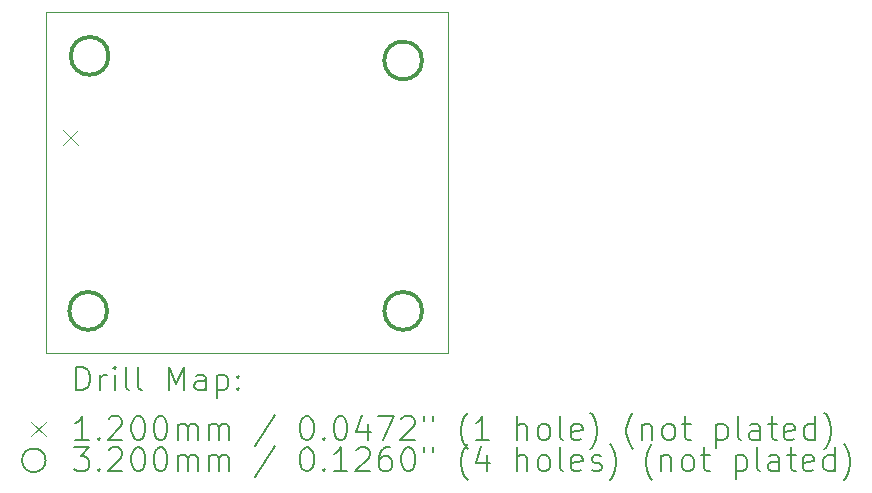
<source format=gbr>
%TF.GenerationSoftware,KiCad,Pcbnew,7.0.9*%
%TF.CreationDate,2023-12-15T09:36:53+01:00*%
%TF.ProjectId,VisibleLight,56697369-626c-4654-9c69-6768742e6b69,1.1*%
%TF.SameCoordinates,Original*%
%TF.FileFunction,Drillmap*%
%TF.FilePolarity,Positive*%
%FSLAX45Y45*%
G04 Gerber Fmt 4.5, Leading zero omitted, Abs format (unit mm)*
G04 Created by KiCad (PCBNEW 7.0.9) date 2023-12-15 09:36:53*
%MOMM*%
%LPD*%
G01*
G04 APERTURE LIST*
%ADD10C,0.100000*%
%ADD11C,0.200000*%
%ADD12C,0.120000*%
%ADD13C,0.320000*%
G04 APERTURE END LIST*
D10*
X4979050Y-1420700D02*
X8382650Y-1420700D01*
X8382650Y-4303600D01*
X4979050Y-4303600D01*
X4979050Y-1420700D01*
D11*
D12*
X5125450Y-2419900D02*
X5245450Y-2539900D01*
X5245450Y-2419900D02*
X5125450Y-2539900D01*
D13*
X5494650Y-3948000D02*
G75*
G03*
X5494650Y-3948000I-160000J0D01*
G01*
X5507350Y-1789000D02*
G75*
G03*
X5507350Y-1789000I-160000J0D01*
G01*
X8161650Y-1827100D02*
G75*
G03*
X8161650Y-1827100I-160000J0D01*
G01*
X8161650Y-3948000D02*
G75*
G03*
X8161650Y-3948000I-160000J0D01*
G01*
D11*
X5234827Y-4620084D02*
X5234827Y-4420084D01*
X5234827Y-4420084D02*
X5282446Y-4420084D01*
X5282446Y-4420084D02*
X5311017Y-4429608D01*
X5311017Y-4429608D02*
X5330065Y-4448655D01*
X5330065Y-4448655D02*
X5339589Y-4467703D01*
X5339589Y-4467703D02*
X5349113Y-4505798D01*
X5349113Y-4505798D02*
X5349113Y-4534370D01*
X5349113Y-4534370D02*
X5339589Y-4572465D01*
X5339589Y-4572465D02*
X5330065Y-4591512D01*
X5330065Y-4591512D02*
X5311017Y-4610560D01*
X5311017Y-4610560D02*
X5282446Y-4620084D01*
X5282446Y-4620084D02*
X5234827Y-4620084D01*
X5434827Y-4620084D02*
X5434827Y-4486750D01*
X5434827Y-4524846D02*
X5444351Y-4505798D01*
X5444351Y-4505798D02*
X5453874Y-4496274D01*
X5453874Y-4496274D02*
X5472922Y-4486750D01*
X5472922Y-4486750D02*
X5491970Y-4486750D01*
X5558636Y-4620084D02*
X5558636Y-4486750D01*
X5558636Y-4420084D02*
X5549113Y-4429608D01*
X5549113Y-4429608D02*
X5558636Y-4439131D01*
X5558636Y-4439131D02*
X5568160Y-4429608D01*
X5568160Y-4429608D02*
X5558636Y-4420084D01*
X5558636Y-4420084D02*
X5558636Y-4439131D01*
X5682446Y-4620084D02*
X5663398Y-4610560D01*
X5663398Y-4610560D02*
X5653874Y-4591512D01*
X5653874Y-4591512D02*
X5653874Y-4420084D01*
X5787208Y-4620084D02*
X5768160Y-4610560D01*
X5768160Y-4610560D02*
X5758636Y-4591512D01*
X5758636Y-4591512D02*
X5758636Y-4420084D01*
X6015779Y-4620084D02*
X6015779Y-4420084D01*
X6015779Y-4420084D02*
X6082446Y-4562941D01*
X6082446Y-4562941D02*
X6149112Y-4420084D01*
X6149112Y-4420084D02*
X6149112Y-4620084D01*
X6330065Y-4620084D02*
X6330065Y-4515322D01*
X6330065Y-4515322D02*
X6320541Y-4496274D01*
X6320541Y-4496274D02*
X6301493Y-4486750D01*
X6301493Y-4486750D02*
X6263398Y-4486750D01*
X6263398Y-4486750D02*
X6244351Y-4496274D01*
X6330065Y-4610560D02*
X6311017Y-4620084D01*
X6311017Y-4620084D02*
X6263398Y-4620084D01*
X6263398Y-4620084D02*
X6244351Y-4610560D01*
X6244351Y-4610560D02*
X6234827Y-4591512D01*
X6234827Y-4591512D02*
X6234827Y-4572465D01*
X6234827Y-4572465D02*
X6244351Y-4553417D01*
X6244351Y-4553417D02*
X6263398Y-4543893D01*
X6263398Y-4543893D02*
X6311017Y-4543893D01*
X6311017Y-4543893D02*
X6330065Y-4534370D01*
X6425303Y-4486750D02*
X6425303Y-4686750D01*
X6425303Y-4496274D02*
X6444351Y-4486750D01*
X6444351Y-4486750D02*
X6482446Y-4486750D01*
X6482446Y-4486750D02*
X6501493Y-4496274D01*
X6501493Y-4496274D02*
X6511017Y-4505798D01*
X6511017Y-4505798D02*
X6520541Y-4524846D01*
X6520541Y-4524846D02*
X6520541Y-4581989D01*
X6520541Y-4581989D02*
X6511017Y-4601036D01*
X6511017Y-4601036D02*
X6501493Y-4610560D01*
X6501493Y-4610560D02*
X6482446Y-4620084D01*
X6482446Y-4620084D02*
X6444351Y-4620084D01*
X6444351Y-4620084D02*
X6425303Y-4610560D01*
X6606255Y-4601036D02*
X6615779Y-4610560D01*
X6615779Y-4610560D02*
X6606255Y-4620084D01*
X6606255Y-4620084D02*
X6596732Y-4610560D01*
X6596732Y-4610560D02*
X6606255Y-4601036D01*
X6606255Y-4601036D02*
X6606255Y-4620084D01*
X6606255Y-4496274D02*
X6615779Y-4505798D01*
X6615779Y-4505798D02*
X6606255Y-4515322D01*
X6606255Y-4515322D02*
X6596732Y-4505798D01*
X6596732Y-4505798D02*
X6606255Y-4496274D01*
X6606255Y-4496274D02*
X6606255Y-4515322D01*
D12*
X4854050Y-4888600D02*
X4974050Y-5008600D01*
X4974050Y-4888600D02*
X4854050Y-5008600D01*
D11*
X5339589Y-5040084D02*
X5225303Y-5040084D01*
X5282446Y-5040084D02*
X5282446Y-4840084D01*
X5282446Y-4840084D02*
X5263398Y-4868655D01*
X5263398Y-4868655D02*
X5244351Y-4887703D01*
X5244351Y-4887703D02*
X5225303Y-4897227D01*
X5425303Y-5021036D02*
X5434827Y-5030560D01*
X5434827Y-5030560D02*
X5425303Y-5040084D01*
X5425303Y-5040084D02*
X5415779Y-5030560D01*
X5415779Y-5030560D02*
X5425303Y-5021036D01*
X5425303Y-5021036D02*
X5425303Y-5040084D01*
X5511017Y-4859131D02*
X5520541Y-4849608D01*
X5520541Y-4849608D02*
X5539589Y-4840084D01*
X5539589Y-4840084D02*
X5587208Y-4840084D01*
X5587208Y-4840084D02*
X5606255Y-4849608D01*
X5606255Y-4849608D02*
X5615779Y-4859131D01*
X5615779Y-4859131D02*
X5625303Y-4878179D01*
X5625303Y-4878179D02*
X5625303Y-4897227D01*
X5625303Y-4897227D02*
X5615779Y-4925798D01*
X5615779Y-4925798D02*
X5501494Y-5040084D01*
X5501494Y-5040084D02*
X5625303Y-5040084D01*
X5749112Y-4840084D02*
X5768160Y-4840084D01*
X5768160Y-4840084D02*
X5787208Y-4849608D01*
X5787208Y-4849608D02*
X5796732Y-4859131D01*
X5796732Y-4859131D02*
X5806255Y-4878179D01*
X5806255Y-4878179D02*
X5815779Y-4916274D01*
X5815779Y-4916274D02*
X5815779Y-4963893D01*
X5815779Y-4963893D02*
X5806255Y-5001989D01*
X5806255Y-5001989D02*
X5796732Y-5021036D01*
X5796732Y-5021036D02*
X5787208Y-5030560D01*
X5787208Y-5030560D02*
X5768160Y-5040084D01*
X5768160Y-5040084D02*
X5749112Y-5040084D01*
X5749112Y-5040084D02*
X5730065Y-5030560D01*
X5730065Y-5030560D02*
X5720541Y-5021036D01*
X5720541Y-5021036D02*
X5711017Y-5001989D01*
X5711017Y-5001989D02*
X5701493Y-4963893D01*
X5701493Y-4963893D02*
X5701493Y-4916274D01*
X5701493Y-4916274D02*
X5711017Y-4878179D01*
X5711017Y-4878179D02*
X5720541Y-4859131D01*
X5720541Y-4859131D02*
X5730065Y-4849608D01*
X5730065Y-4849608D02*
X5749112Y-4840084D01*
X5939589Y-4840084D02*
X5958636Y-4840084D01*
X5958636Y-4840084D02*
X5977684Y-4849608D01*
X5977684Y-4849608D02*
X5987208Y-4859131D01*
X5987208Y-4859131D02*
X5996732Y-4878179D01*
X5996732Y-4878179D02*
X6006255Y-4916274D01*
X6006255Y-4916274D02*
X6006255Y-4963893D01*
X6006255Y-4963893D02*
X5996732Y-5001989D01*
X5996732Y-5001989D02*
X5987208Y-5021036D01*
X5987208Y-5021036D02*
X5977684Y-5030560D01*
X5977684Y-5030560D02*
X5958636Y-5040084D01*
X5958636Y-5040084D02*
X5939589Y-5040084D01*
X5939589Y-5040084D02*
X5920541Y-5030560D01*
X5920541Y-5030560D02*
X5911017Y-5021036D01*
X5911017Y-5021036D02*
X5901493Y-5001989D01*
X5901493Y-5001989D02*
X5891970Y-4963893D01*
X5891970Y-4963893D02*
X5891970Y-4916274D01*
X5891970Y-4916274D02*
X5901493Y-4878179D01*
X5901493Y-4878179D02*
X5911017Y-4859131D01*
X5911017Y-4859131D02*
X5920541Y-4849608D01*
X5920541Y-4849608D02*
X5939589Y-4840084D01*
X6091970Y-5040084D02*
X6091970Y-4906750D01*
X6091970Y-4925798D02*
X6101493Y-4916274D01*
X6101493Y-4916274D02*
X6120541Y-4906750D01*
X6120541Y-4906750D02*
X6149113Y-4906750D01*
X6149113Y-4906750D02*
X6168160Y-4916274D01*
X6168160Y-4916274D02*
X6177684Y-4935322D01*
X6177684Y-4935322D02*
X6177684Y-5040084D01*
X6177684Y-4935322D02*
X6187208Y-4916274D01*
X6187208Y-4916274D02*
X6206255Y-4906750D01*
X6206255Y-4906750D02*
X6234827Y-4906750D01*
X6234827Y-4906750D02*
X6253874Y-4916274D01*
X6253874Y-4916274D02*
X6263398Y-4935322D01*
X6263398Y-4935322D02*
X6263398Y-5040084D01*
X6358636Y-5040084D02*
X6358636Y-4906750D01*
X6358636Y-4925798D02*
X6368160Y-4916274D01*
X6368160Y-4916274D02*
X6387208Y-4906750D01*
X6387208Y-4906750D02*
X6415779Y-4906750D01*
X6415779Y-4906750D02*
X6434827Y-4916274D01*
X6434827Y-4916274D02*
X6444351Y-4935322D01*
X6444351Y-4935322D02*
X6444351Y-5040084D01*
X6444351Y-4935322D02*
X6453874Y-4916274D01*
X6453874Y-4916274D02*
X6472922Y-4906750D01*
X6472922Y-4906750D02*
X6501493Y-4906750D01*
X6501493Y-4906750D02*
X6520541Y-4916274D01*
X6520541Y-4916274D02*
X6530065Y-4935322D01*
X6530065Y-4935322D02*
X6530065Y-5040084D01*
X6920541Y-4830560D02*
X6749113Y-5087703D01*
X7177684Y-4840084D02*
X7196732Y-4840084D01*
X7196732Y-4840084D02*
X7215779Y-4849608D01*
X7215779Y-4849608D02*
X7225303Y-4859131D01*
X7225303Y-4859131D02*
X7234827Y-4878179D01*
X7234827Y-4878179D02*
X7244351Y-4916274D01*
X7244351Y-4916274D02*
X7244351Y-4963893D01*
X7244351Y-4963893D02*
X7234827Y-5001989D01*
X7234827Y-5001989D02*
X7225303Y-5021036D01*
X7225303Y-5021036D02*
X7215779Y-5030560D01*
X7215779Y-5030560D02*
X7196732Y-5040084D01*
X7196732Y-5040084D02*
X7177684Y-5040084D01*
X7177684Y-5040084D02*
X7158636Y-5030560D01*
X7158636Y-5030560D02*
X7149113Y-5021036D01*
X7149113Y-5021036D02*
X7139589Y-5001989D01*
X7139589Y-5001989D02*
X7130065Y-4963893D01*
X7130065Y-4963893D02*
X7130065Y-4916274D01*
X7130065Y-4916274D02*
X7139589Y-4878179D01*
X7139589Y-4878179D02*
X7149113Y-4859131D01*
X7149113Y-4859131D02*
X7158636Y-4849608D01*
X7158636Y-4849608D02*
X7177684Y-4840084D01*
X7330065Y-5021036D02*
X7339589Y-5030560D01*
X7339589Y-5030560D02*
X7330065Y-5040084D01*
X7330065Y-5040084D02*
X7320541Y-5030560D01*
X7320541Y-5030560D02*
X7330065Y-5021036D01*
X7330065Y-5021036D02*
X7330065Y-5040084D01*
X7463398Y-4840084D02*
X7482446Y-4840084D01*
X7482446Y-4840084D02*
X7501494Y-4849608D01*
X7501494Y-4849608D02*
X7511017Y-4859131D01*
X7511017Y-4859131D02*
X7520541Y-4878179D01*
X7520541Y-4878179D02*
X7530065Y-4916274D01*
X7530065Y-4916274D02*
X7530065Y-4963893D01*
X7530065Y-4963893D02*
X7520541Y-5001989D01*
X7520541Y-5001989D02*
X7511017Y-5021036D01*
X7511017Y-5021036D02*
X7501494Y-5030560D01*
X7501494Y-5030560D02*
X7482446Y-5040084D01*
X7482446Y-5040084D02*
X7463398Y-5040084D01*
X7463398Y-5040084D02*
X7444351Y-5030560D01*
X7444351Y-5030560D02*
X7434827Y-5021036D01*
X7434827Y-5021036D02*
X7425303Y-5001989D01*
X7425303Y-5001989D02*
X7415779Y-4963893D01*
X7415779Y-4963893D02*
X7415779Y-4916274D01*
X7415779Y-4916274D02*
X7425303Y-4878179D01*
X7425303Y-4878179D02*
X7434827Y-4859131D01*
X7434827Y-4859131D02*
X7444351Y-4849608D01*
X7444351Y-4849608D02*
X7463398Y-4840084D01*
X7701494Y-4906750D02*
X7701494Y-5040084D01*
X7653875Y-4830560D02*
X7606256Y-4973417D01*
X7606256Y-4973417D02*
X7730065Y-4973417D01*
X7787208Y-4840084D02*
X7920541Y-4840084D01*
X7920541Y-4840084D02*
X7834827Y-5040084D01*
X7987208Y-4859131D02*
X7996732Y-4849608D01*
X7996732Y-4849608D02*
X8015779Y-4840084D01*
X8015779Y-4840084D02*
X8063398Y-4840084D01*
X8063398Y-4840084D02*
X8082446Y-4849608D01*
X8082446Y-4849608D02*
X8091970Y-4859131D01*
X8091970Y-4859131D02*
X8101494Y-4878179D01*
X8101494Y-4878179D02*
X8101494Y-4897227D01*
X8101494Y-4897227D02*
X8091970Y-4925798D01*
X8091970Y-4925798D02*
X7977684Y-5040084D01*
X7977684Y-5040084D02*
X8101494Y-5040084D01*
X8177684Y-4840084D02*
X8177684Y-4878179D01*
X8253875Y-4840084D02*
X8253875Y-4878179D01*
X8549113Y-5116274D02*
X8539589Y-5106750D01*
X8539589Y-5106750D02*
X8520541Y-5078179D01*
X8520541Y-5078179D02*
X8511018Y-5059131D01*
X8511018Y-5059131D02*
X8501494Y-5030560D01*
X8501494Y-5030560D02*
X8491970Y-4982941D01*
X8491970Y-4982941D02*
X8491970Y-4944846D01*
X8491970Y-4944846D02*
X8501494Y-4897227D01*
X8501494Y-4897227D02*
X8511018Y-4868655D01*
X8511018Y-4868655D02*
X8520541Y-4849608D01*
X8520541Y-4849608D02*
X8539589Y-4821036D01*
X8539589Y-4821036D02*
X8549113Y-4811512D01*
X8730065Y-5040084D02*
X8615780Y-5040084D01*
X8672922Y-5040084D02*
X8672922Y-4840084D01*
X8672922Y-4840084D02*
X8653875Y-4868655D01*
X8653875Y-4868655D02*
X8634827Y-4887703D01*
X8634827Y-4887703D02*
X8615780Y-4897227D01*
X8968161Y-5040084D02*
X8968161Y-4840084D01*
X9053875Y-5040084D02*
X9053875Y-4935322D01*
X9053875Y-4935322D02*
X9044351Y-4916274D01*
X9044351Y-4916274D02*
X9025303Y-4906750D01*
X9025303Y-4906750D02*
X8996732Y-4906750D01*
X8996732Y-4906750D02*
X8977684Y-4916274D01*
X8977684Y-4916274D02*
X8968161Y-4925798D01*
X9177684Y-5040084D02*
X9158637Y-5030560D01*
X9158637Y-5030560D02*
X9149113Y-5021036D01*
X9149113Y-5021036D02*
X9139589Y-5001989D01*
X9139589Y-5001989D02*
X9139589Y-4944846D01*
X9139589Y-4944846D02*
X9149113Y-4925798D01*
X9149113Y-4925798D02*
X9158637Y-4916274D01*
X9158637Y-4916274D02*
X9177684Y-4906750D01*
X9177684Y-4906750D02*
X9206256Y-4906750D01*
X9206256Y-4906750D02*
X9225303Y-4916274D01*
X9225303Y-4916274D02*
X9234827Y-4925798D01*
X9234827Y-4925798D02*
X9244351Y-4944846D01*
X9244351Y-4944846D02*
X9244351Y-5001989D01*
X9244351Y-5001989D02*
X9234827Y-5021036D01*
X9234827Y-5021036D02*
X9225303Y-5030560D01*
X9225303Y-5030560D02*
X9206256Y-5040084D01*
X9206256Y-5040084D02*
X9177684Y-5040084D01*
X9358637Y-5040084D02*
X9339589Y-5030560D01*
X9339589Y-5030560D02*
X9330065Y-5011512D01*
X9330065Y-5011512D02*
X9330065Y-4840084D01*
X9511018Y-5030560D02*
X9491970Y-5040084D01*
X9491970Y-5040084D02*
X9453875Y-5040084D01*
X9453875Y-5040084D02*
X9434827Y-5030560D01*
X9434827Y-5030560D02*
X9425303Y-5011512D01*
X9425303Y-5011512D02*
X9425303Y-4935322D01*
X9425303Y-4935322D02*
X9434827Y-4916274D01*
X9434827Y-4916274D02*
X9453875Y-4906750D01*
X9453875Y-4906750D02*
X9491970Y-4906750D01*
X9491970Y-4906750D02*
X9511018Y-4916274D01*
X9511018Y-4916274D02*
X9520542Y-4935322D01*
X9520542Y-4935322D02*
X9520542Y-4954370D01*
X9520542Y-4954370D02*
X9425303Y-4973417D01*
X9587208Y-5116274D02*
X9596732Y-5106750D01*
X9596732Y-5106750D02*
X9615780Y-5078179D01*
X9615780Y-5078179D02*
X9625303Y-5059131D01*
X9625303Y-5059131D02*
X9634827Y-5030560D01*
X9634827Y-5030560D02*
X9644351Y-4982941D01*
X9644351Y-4982941D02*
X9644351Y-4944846D01*
X9644351Y-4944846D02*
X9634827Y-4897227D01*
X9634827Y-4897227D02*
X9625303Y-4868655D01*
X9625303Y-4868655D02*
X9615780Y-4849608D01*
X9615780Y-4849608D02*
X9596732Y-4821036D01*
X9596732Y-4821036D02*
X9587208Y-4811512D01*
X9949113Y-5116274D02*
X9939589Y-5106750D01*
X9939589Y-5106750D02*
X9920542Y-5078179D01*
X9920542Y-5078179D02*
X9911018Y-5059131D01*
X9911018Y-5059131D02*
X9901494Y-5030560D01*
X9901494Y-5030560D02*
X9891970Y-4982941D01*
X9891970Y-4982941D02*
X9891970Y-4944846D01*
X9891970Y-4944846D02*
X9901494Y-4897227D01*
X9901494Y-4897227D02*
X9911018Y-4868655D01*
X9911018Y-4868655D02*
X9920542Y-4849608D01*
X9920542Y-4849608D02*
X9939589Y-4821036D01*
X9939589Y-4821036D02*
X9949113Y-4811512D01*
X10025303Y-4906750D02*
X10025303Y-5040084D01*
X10025303Y-4925798D02*
X10034827Y-4916274D01*
X10034827Y-4916274D02*
X10053875Y-4906750D01*
X10053875Y-4906750D02*
X10082446Y-4906750D01*
X10082446Y-4906750D02*
X10101494Y-4916274D01*
X10101494Y-4916274D02*
X10111018Y-4935322D01*
X10111018Y-4935322D02*
X10111018Y-5040084D01*
X10234827Y-5040084D02*
X10215780Y-5030560D01*
X10215780Y-5030560D02*
X10206256Y-5021036D01*
X10206256Y-5021036D02*
X10196732Y-5001989D01*
X10196732Y-5001989D02*
X10196732Y-4944846D01*
X10196732Y-4944846D02*
X10206256Y-4925798D01*
X10206256Y-4925798D02*
X10215780Y-4916274D01*
X10215780Y-4916274D02*
X10234827Y-4906750D01*
X10234827Y-4906750D02*
X10263399Y-4906750D01*
X10263399Y-4906750D02*
X10282446Y-4916274D01*
X10282446Y-4916274D02*
X10291970Y-4925798D01*
X10291970Y-4925798D02*
X10301494Y-4944846D01*
X10301494Y-4944846D02*
X10301494Y-5001989D01*
X10301494Y-5001989D02*
X10291970Y-5021036D01*
X10291970Y-5021036D02*
X10282446Y-5030560D01*
X10282446Y-5030560D02*
X10263399Y-5040084D01*
X10263399Y-5040084D02*
X10234827Y-5040084D01*
X10358637Y-4906750D02*
X10434827Y-4906750D01*
X10387208Y-4840084D02*
X10387208Y-5011512D01*
X10387208Y-5011512D02*
X10396732Y-5030560D01*
X10396732Y-5030560D02*
X10415780Y-5040084D01*
X10415780Y-5040084D02*
X10434827Y-5040084D01*
X10653875Y-4906750D02*
X10653875Y-5106750D01*
X10653875Y-4916274D02*
X10672923Y-4906750D01*
X10672923Y-4906750D02*
X10711018Y-4906750D01*
X10711018Y-4906750D02*
X10730065Y-4916274D01*
X10730065Y-4916274D02*
X10739589Y-4925798D01*
X10739589Y-4925798D02*
X10749113Y-4944846D01*
X10749113Y-4944846D02*
X10749113Y-5001989D01*
X10749113Y-5001989D02*
X10739589Y-5021036D01*
X10739589Y-5021036D02*
X10730065Y-5030560D01*
X10730065Y-5030560D02*
X10711018Y-5040084D01*
X10711018Y-5040084D02*
X10672923Y-5040084D01*
X10672923Y-5040084D02*
X10653875Y-5030560D01*
X10863399Y-5040084D02*
X10844351Y-5030560D01*
X10844351Y-5030560D02*
X10834827Y-5011512D01*
X10834827Y-5011512D02*
X10834827Y-4840084D01*
X11025304Y-5040084D02*
X11025304Y-4935322D01*
X11025304Y-4935322D02*
X11015780Y-4916274D01*
X11015780Y-4916274D02*
X10996732Y-4906750D01*
X10996732Y-4906750D02*
X10958637Y-4906750D01*
X10958637Y-4906750D02*
X10939589Y-4916274D01*
X11025304Y-5030560D02*
X11006256Y-5040084D01*
X11006256Y-5040084D02*
X10958637Y-5040084D01*
X10958637Y-5040084D02*
X10939589Y-5030560D01*
X10939589Y-5030560D02*
X10930065Y-5011512D01*
X10930065Y-5011512D02*
X10930065Y-4992465D01*
X10930065Y-4992465D02*
X10939589Y-4973417D01*
X10939589Y-4973417D02*
X10958637Y-4963893D01*
X10958637Y-4963893D02*
X11006256Y-4963893D01*
X11006256Y-4963893D02*
X11025304Y-4954370D01*
X11091970Y-4906750D02*
X11168161Y-4906750D01*
X11120542Y-4840084D02*
X11120542Y-5011512D01*
X11120542Y-5011512D02*
X11130065Y-5030560D01*
X11130065Y-5030560D02*
X11149113Y-5040084D01*
X11149113Y-5040084D02*
X11168161Y-5040084D01*
X11311018Y-5030560D02*
X11291970Y-5040084D01*
X11291970Y-5040084D02*
X11253875Y-5040084D01*
X11253875Y-5040084D02*
X11234827Y-5030560D01*
X11234827Y-5030560D02*
X11225303Y-5011512D01*
X11225303Y-5011512D02*
X11225303Y-4935322D01*
X11225303Y-4935322D02*
X11234827Y-4916274D01*
X11234827Y-4916274D02*
X11253875Y-4906750D01*
X11253875Y-4906750D02*
X11291970Y-4906750D01*
X11291970Y-4906750D02*
X11311018Y-4916274D01*
X11311018Y-4916274D02*
X11320542Y-4935322D01*
X11320542Y-4935322D02*
X11320542Y-4954370D01*
X11320542Y-4954370D02*
X11225303Y-4973417D01*
X11491970Y-5040084D02*
X11491970Y-4840084D01*
X11491970Y-5030560D02*
X11472923Y-5040084D01*
X11472923Y-5040084D02*
X11434827Y-5040084D01*
X11434827Y-5040084D02*
X11415780Y-5030560D01*
X11415780Y-5030560D02*
X11406256Y-5021036D01*
X11406256Y-5021036D02*
X11396732Y-5001989D01*
X11396732Y-5001989D02*
X11396732Y-4944846D01*
X11396732Y-4944846D02*
X11406256Y-4925798D01*
X11406256Y-4925798D02*
X11415780Y-4916274D01*
X11415780Y-4916274D02*
X11434827Y-4906750D01*
X11434827Y-4906750D02*
X11472923Y-4906750D01*
X11472923Y-4906750D02*
X11491970Y-4916274D01*
X11568161Y-5116274D02*
X11577684Y-5106750D01*
X11577684Y-5106750D02*
X11596732Y-5078179D01*
X11596732Y-5078179D02*
X11606256Y-5059131D01*
X11606256Y-5059131D02*
X11615780Y-5030560D01*
X11615780Y-5030560D02*
X11625303Y-4982941D01*
X11625303Y-4982941D02*
X11625303Y-4944846D01*
X11625303Y-4944846D02*
X11615780Y-4897227D01*
X11615780Y-4897227D02*
X11606256Y-4868655D01*
X11606256Y-4868655D02*
X11596732Y-4849608D01*
X11596732Y-4849608D02*
X11577684Y-4821036D01*
X11577684Y-4821036D02*
X11568161Y-4811512D01*
X4974050Y-5212600D02*
G75*
G03*
X4974050Y-5212600I-100000J0D01*
G01*
X5215779Y-5104084D02*
X5339589Y-5104084D01*
X5339589Y-5104084D02*
X5272922Y-5180274D01*
X5272922Y-5180274D02*
X5301494Y-5180274D01*
X5301494Y-5180274D02*
X5320541Y-5189798D01*
X5320541Y-5189798D02*
X5330065Y-5199322D01*
X5330065Y-5199322D02*
X5339589Y-5218370D01*
X5339589Y-5218370D02*
X5339589Y-5265989D01*
X5339589Y-5265989D02*
X5330065Y-5285036D01*
X5330065Y-5285036D02*
X5320541Y-5294560D01*
X5320541Y-5294560D02*
X5301494Y-5304084D01*
X5301494Y-5304084D02*
X5244351Y-5304084D01*
X5244351Y-5304084D02*
X5225303Y-5294560D01*
X5225303Y-5294560D02*
X5215779Y-5285036D01*
X5425303Y-5285036D02*
X5434827Y-5294560D01*
X5434827Y-5294560D02*
X5425303Y-5304084D01*
X5425303Y-5304084D02*
X5415779Y-5294560D01*
X5415779Y-5294560D02*
X5425303Y-5285036D01*
X5425303Y-5285036D02*
X5425303Y-5304084D01*
X5511017Y-5123131D02*
X5520541Y-5113608D01*
X5520541Y-5113608D02*
X5539589Y-5104084D01*
X5539589Y-5104084D02*
X5587208Y-5104084D01*
X5587208Y-5104084D02*
X5606255Y-5113608D01*
X5606255Y-5113608D02*
X5615779Y-5123131D01*
X5615779Y-5123131D02*
X5625303Y-5142179D01*
X5625303Y-5142179D02*
X5625303Y-5161227D01*
X5625303Y-5161227D02*
X5615779Y-5189798D01*
X5615779Y-5189798D02*
X5501494Y-5304084D01*
X5501494Y-5304084D02*
X5625303Y-5304084D01*
X5749112Y-5104084D02*
X5768160Y-5104084D01*
X5768160Y-5104084D02*
X5787208Y-5113608D01*
X5787208Y-5113608D02*
X5796732Y-5123131D01*
X5796732Y-5123131D02*
X5806255Y-5142179D01*
X5806255Y-5142179D02*
X5815779Y-5180274D01*
X5815779Y-5180274D02*
X5815779Y-5227893D01*
X5815779Y-5227893D02*
X5806255Y-5265989D01*
X5806255Y-5265989D02*
X5796732Y-5285036D01*
X5796732Y-5285036D02*
X5787208Y-5294560D01*
X5787208Y-5294560D02*
X5768160Y-5304084D01*
X5768160Y-5304084D02*
X5749112Y-5304084D01*
X5749112Y-5304084D02*
X5730065Y-5294560D01*
X5730065Y-5294560D02*
X5720541Y-5285036D01*
X5720541Y-5285036D02*
X5711017Y-5265989D01*
X5711017Y-5265989D02*
X5701493Y-5227893D01*
X5701493Y-5227893D02*
X5701493Y-5180274D01*
X5701493Y-5180274D02*
X5711017Y-5142179D01*
X5711017Y-5142179D02*
X5720541Y-5123131D01*
X5720541Y-5123131D02*
X5730065Y-5113608D01*
X5730065Y-5113608D02*
X5749112Y-5104084D01*
X5939589Y-5104084D02*
X5958636Y-5104084D01*
X5958636Y-5104084D02*
X5977684Y-5113608D01*
X5977684Y-5113608D02*
X5987208Y-5123131D01*
X5987208Y-5123131D02*
X5996732Y-5142179D01*
X5996732Y-5142179D02*
X6006255Y-5180274D01*
X6006255Y-5180274D02*
X6006255Y-5227893D01*
X6006255Y-5227893D02*
X5996732Y-5265989D01*
X5996732Y-5265989D02*
X5987208Y-5285036D01*
X5987208Y-5285036D02*
X5977684Y-5294560D01*
X5977684Y-5294560D02*
X5958636Y-5304084D01*
X5958636Y-5304084D02*
X5939589Y-5304084D01*
X5939589Y-5304084D02*
X5920541Y-5294560D01*
X5920541Y-5294560D02*
X5911017Y-5285036D01*
X5911017Y-5285036D02*
X5901493Y-5265989D01*
X5901493Y-5265989D02*
X5891970Y-5227893D01*
X5891970Y-5227893D02*
X5891970Y-5180274D01*
X5891970Y-5180274D02*
X5901493Y-5142179D01*
X5901493Y-5142179D02*
X5911017Y-5123131D01*
X5911017Y-5123131D02*
X5920541Y-5113608D01*
X5920541Y-5113608D02*
X5939589Y-5104084D01*
X6091970Y-5304084D02*
X6091970Y-5170750D01*
X6091970Y-5189798D02*
X6101493Y-5180274D01*
X6101493Y-5180274D02*
X6120541Y-5170750D01*
X6120541Y-5170750D02*
X6149113Y-5170750D01*
X6149113Y-5170750D02*
X6168160Y-5180274D01*
X6168160Y-5180274D02*
X6177684Y-5199322D01*
X6177684Y-5199322D02*
X6177684Y-5304084D01*
X6177684Y-5199322D02*
X6187208Y-5180274D01*
X6187208Y-5180274D02*
X6206255Y-5170750D01*
X6206255Y-5170750D02*
X6234827Y-5170750D01*
X6234827Y-5170750D02*
X6253874Y-5180274D01*
X6253874Y-5180274D02*
X6263398Y-5199322D01*
X6263398Y-5199322D02*
X6263398Y-5304084D01*
X6358636Y-5304084D02*
X6358636Y-5170750D01*
X6358636Y-5189798D02*
X6368160Y-5180274D01*
X6368160Y-5180274D02*
X6387208Y-5170750D01*
X6387208Y-5170750D02*
X6415779Y-5170750D01*
X6415779Y-5170750D02*
X6434827Y-5180274D01*
X6434827Y-5180274D02*
X6444351Y-5199322D01*
X6444351Y-5199322D02*
X6444351Y-5304084D01*
X6444351Y-5199322D02*
X6453874Y-5180274D01*
X6453874Y-5180274D02*
X6472922Y-5170750D01*
X6472922Y-5170750D02*
X6501493Y-5170750D01*
X6501493Y-5170750D02*
X6520541Y-5180274D01*
X6520541Y-5180274D02*
X6530065Y-5199322D01*
X6530065Y-5199322D02*
X6530065Y-5304084D01*
X6920541Y-5094560D02*
X6749113Y-5351703D01*
X7177684Y-5104084D02*
X7196732Y-5104084D01*
X7196732Y-5104084D02*
X7215779Y-5113608D01*
X7215779Y-5113608D02*
X7225303Y-5123131D01*
X7225303Y-5123131D02*
X7234827Y-5142179D01*
X7234827Y-5142179D02*
X7244351Y-5180274D01*
X7244351Y-5180274D02*
X7244351Y-5227893D01*
X7244351Y-5227893D02*
X7234827Y-5265989D01*
X7234827Y-5265989D02*
X7225303Y-5285036D01*
X7225303Y-5285036D02*
X7215779Y-5294560D01*
X7215779Y-5294560D02*
X7196732Y-5304084D01*
X7196732Y-5304084D02*
X7177684Y-5304084D01*
X7177684Y-5304084D02*
X7158636Y-5294560D01*
X7158636Y-5294560D02*
X7149113Y-5285036D01*
X7149113Y-5285036D02*
X7139589Y-5265989D01*
X7139589Y-5265989D02*
X7130065Y-5227893D01*
X7130065Y-5227893D02*
X7130065Y-5180274D01*
X7130065Y-5180274D02*
X7139589Y-5142179D01*
X7139589Y-5142179D02*
X7149113Y-5123131D01*
X7149113Y-5123131D02*
X7158636Y-5113608D01*
X7158636Y-5113608D02*
X7177684Y-5104084D01*
X7330065Y-5285036D02*
X7339589Y-5294560D01*
X7339589Y-5294560D02*
X7330065Y-5304084D01*
X7330065Y-5304084D02*
X7320541Y-5294560D01*
X7320541Y-5294560D02*
X7330065Y-5285036D01*
X7330065Y-5285036D02*
X7330065Y-5304084D01*
X7530065Y-5304084D02*
X7415779Y-5304084D01*
X7472922Y-5304084D02*
X7472922Y-5104084D01*
X7472922Y-5104084D02*
X7453875Y-5132655D01*
X7453875Y-5132655D02*
X7434827Y-5151703D01*
X7434827Y-5151703D02*
X7415779Y-5161227D01*
X7606256Y-5123131D02*
X7615779Y-5113608D01*
X7615779Y-5113608D02*
X7634827Y-5104084D01*
X7634827Y-5104084D02*
X7682446Y-5104084D01*
X7682446Y-5104084D02*
X7701494Y-5113608D01*
X7701494Y-5113608D02*
X7711017Y-5123131D01*
X7711017Y-5123131D02*
X7720541Y-5142179D01*
X7720541Y-5142179D02*
X7720541Y-5161227D01*
X7720541Y-5161227D02*
X7711017Y-5189798D01*
X7711017Y-5189798D02*
X7596732Y-5304084D01*
X7596732Y-5304084D02*
X7720541Y-5304084D01*
X7891970Y-5104084D02*
X7853875Y-5104084D01*
X7853875Y-5104084D02*
X7834827Y-5113608D01*
X7834827Y-5113608D02*
X7825303Y-5123131D01*
X7825303Y-5123131D02*
X7806256Y-5151703D01*
X7806256Y-5151703D02*
X7796732Y-5189798D01*
X7796732Y-5189798D02*
X7796732Y-5265989D01*
X7796732Y-5265989D02*
X7806256Y-5285036D01*
X7806256Y-5285036D02*
X7815779Y-5294560D01*
X7815779Y-5294560D02*
X7834827Y-5304084D01*
X7834827Y-5304084D02*
X7872922Y-5304084D01*
X7872922Y-5304084D02*
X7891970Y-5294560D01*
X7891970Y-5294560D02*
X7901494Y-5285036D01*
X7901494Y-5285036D02*
X7911017Y-5265989D01*
X7911017Y-5265989D02*
X7911017Y-5218370D01*
X7911017Y-5218370D02*
X7901494Y-5199322D01*
X7901494Y-5199322D02*
X7891970Y-5189798D01*
X7891970Y-5189798D02*
X7872922Y-5180274D01*
X7872922Y-5180274D02*
X7834827Y-5180274D01*
X7834827Y-5180274D02*
X7815779Y-5189798D01*
X7815779Y-5189798D02*
X7806256Y-5199322D01*
X7806256Y-5199322D02*
X7796732Y-5218370D01*
X8034827Y-5104084D02*
X8053875Y-5104084D01*
X8053875Y-5104084D02*
X8072922Y-5113608D01*
X8072922Y-5113608D02*
X8082446Y-5123131D01*
X8082446Y-5123131D02*
X8091970Y-5142179D01*
X8091970Y-5142179D02*
X8101494Y-5180274D01*
X8101494Y-5180274D02*
X8101494Y-5227893D01*
X8101494Y-5227893D02*
X8091970Y-5265989D01*
X8091970Y-5265989D02*
X8082446Y-5285036D01*
X8082446Y-5285036D02*
X8072922Y-5294560D01*
X8072922Y-5294560D02*
X8053875Y-5304084D01*
X8053875Y-5304084D02*
X8034827Y-5304084D01*
X8034827Y-5304084D02*
X8015779Y-5294560D01*
X8015779Y-5294560D02*
X8006256Y-5285036D01*
X8006256Y-5285036D02*
X7996732Y-5265989D01*
X7996732Y-5265989D02*
X7987208Y-5227893D01*
X7987208Y-5227893D02*
X7987208Y-5180274D01*
X7987208Y-5180274D02*
X7996732Y-5142179D01*
X7996732Y-5142179D02*
X8006256Y-5123131D01*
X8006256Y-5123131D02*
X8015779Y-5113608D01*
X8015779Y-5113608D02*
X8034827Y-5104084D01*
X8177684Y-5104084D02*
X8177684Y-5142179D01*
X8253875Y-5104084D02*
X8253875Y-5142179D01*
X8549113Y-5380274D02*
X8539589Y-5370750D01*
X8539589Y-5370750D02*
X8520541Y-5342179D01*
X8520541Y-5342179D02*
X8511018Y-5323131D01*
X8511018Y-5323131D02*
X8501494Y-5294560D01*
X8501494Y-5294560D02*
X8491970Y-5246941D01*
X8491970Y-5246941D02*
X8491970Y-5208846D01*
X8491970Y-5208846D02*
X8501494Y-5161227D01*
X8501494Y-5161227D02*
X8511018Y-5132655D01*
X8511018Y-5132655D02*
X8520541Y-5113608D01*
X8520541Y-5113608D02*
X8539589Y-5085036D01*
X8539589Y-5085036D02*
X8549113Y-5075512D01*
X8711018Y-5170750D02*
X8711018Y-5304084D01*
X8663399Y-5094560D02*
X8615780Y-5237417D01*
X8615780Y-5237417D02*
X8739589Y-5237417D01*
X8968161Y-5304084D02*
X8968161Y-5104084D01*
X9053875Y-5304084D02*
X9053875Y-5199322D01*
X9053875Y-5199322D02*
X9044351Y-5180274D01*
X9044351Y-5180274D02*
X9025303Y-5170750D01*
X9025303Y-5170750D02*
X8996732Y-5170750D01*
X8996732Y-5170750D02*
X8977684Y-5180274D01*
X8977684Y-5180274D02*
X8968161Y-5189798D01*
X9177684Y-5304084D02*
X9158637Y-5294560D01*
X9158637Y-5294560D02*
X9149113Y-5285036D01*
X9149113Y-5285036D02*
X9139589Y-5265989D01*
X9139589Y-5265989D02*
X9139589Y-5208846D01*
X9139589Y-5208846D02*
X9149113Y-5189798D01*
X9149113Y-5189798D02*
X9158637Y-5180274D01*
X9158637Y-5180274D02*
X9177684Y-5170750D01*
X9177684Y-5170750D02*
X9206256Y-5170750D01*
X9206256Y-5170750D02*
X9225303Y-5180274D01*
X9225303Y-5180274D02*
X9234827Y-5189798D01*
X9234827Y-5189798D02*
X9244351Y-5208846D01*
X9244351Y-5208846D02*
X9244351Y-5265989D01*
X9244351Y-5265989D02*
X9234827Y-5285036D01*
X9234827Y-5285036D02*
X9225303Y-5294560D01*
X9225303Y-5294560D02*
X9206256Y-5304084D01*
X9206256Y-5304084D02*
X9177684Y-5304084D01*
X9358637Y-5304084D02*
X9339589Y-5294560D01*
X9339589Y-5294560D02*
X9330065Y-5275512D01*
X9330065Y-5275512D02*
X9330065Y-5104084D01*
X9511018Y-5294560D02*
X9491970Y-5304084D01*
X9491970Y-5304084D02*
X9453875Y-5304084D01*
X9453875Y-5304084D02*
X9434827Y-5294560D01*
X9434827Y-5294560D02*
X9425303Y-5275512D01*
X9425303Y-5275512D02*
X9425303Y-5199322D01*
X9425303Y-5199322D02*
X9434827Y-5180274D01*
X9434827Y-5180274D02*
X9453875Y-5170750D01*
X9453875Y-5170750D02*
X9491970Y-5170750D01*
X9491970Y-5170750D02*
X9511018Y-5180274D01*
X9511018Y-5180274D02*
X9520542Y-5199322D01*
X9520542Y-5199322D02*
X9520542Y-5218370D01*
X9520542Y-5218370D02*
X9425303Y-5237417D01*
X9596732Y-5294560D02*
X9615780Y-5304084D01*
X9615780Y-5304084D02*
X9653875Y-5304084D01*
X9653875Y-5304084D02*
X9672923Y-5294560D01*
X9672923Y-5294560D02*
X9682446Y-5275512D01*
X9682446Y-5275512D02*
X9682446Y-5265989D01*
X9682446Y-5265989D02*
X9672923Y-5246941D01*
X9672923Y-5246941D02*
X9653875Y-5237417D01*
X9653875Y-5237417D02*
X9625303Y-5237417D01*
X9625303Y-5237417D02*
X9606256Y-5227893D01*
X9606256Y-5227893D02*
X9596732Y-5208846D01*
X9596732Y-5208846D02*
X9596732Y-5199322D01*
X9596732Y-5199322D02*
X9606256Y-5180274D01*
X9606256Y-5180274D02*
X9625303Y-5170750D01*
X9625303Y-5170750D02*
X9653875Y-5170750D01*
X9653875Y-5170750D02*
X9672923Y-5180274D01*
X9749113Y-5380274D02*
X9758637Y-5370750D01*
X9758637Y-5370750D02*
X9777684Y-5342179D01*
X9777684Y-5342179D02*
X9787208Y-5323131D01*
X9787208Y-5323131D02*
X9796732Y-5294560D01*
X9796732Y-5294560D02*
X9806256Y-5246941D01*
X9806256Y-5246941D02*
X9806256Y-5208846D01*
X9806256Y-5208846D02*
X9796732Y-5161227D01*
X9796732Y-5161227D02*
X9787208Y-5132655D01*
X9787208Y-5132655D02*
X9777684Y-5113608D01*
X9777684Y-5113608D02*
X9758637Y-5085036D01*
X9758637Y-5085036D02*
X9749113Y-5075512D01*
X10111018Y-5380274D02*
X10101494Y-5370750D01*
X10101494Y-5370750D02*
X10082446Y-5342179D01*
X10082446Y-5342179D02*
X10072923Y-5323131D01*
X10072923Y-5323131D02*
X10063399Y-5294560D01*
X10063399Y-5294560D02*
X10053875Y-5246941D01*
X10053875Y-5246941D02*
X10053875Y-5208846D01*
X10053875Y-5208846D02*
X10063399Y-5161227D01*
X10063399Y-5161227D02*
X10072923Y-5132655D01*
X10072923Y-5132655D02*
X10082446Y-5113608D01*
X10082446Y-5113608D02*
X10101494Y-5085036D01*
X10101494Y-5085036D02*
X10111018Y-5075512D01*
X10187208Y-5170750D02*
X10187208Y-5304084D01*
X10187208Y-5189798D02*
X10196732Y-5180274D01*
X10196732Y-5180274D02*
X10215780Y-5170750D01*
X10215780Y-5170750D02*
X10244351Y-5170750D01*
X10244351Y-5170750D02*
X10263399Y-5180274D01*
X10263399Y-5180274D02*
X10272923Y-5199322D01*
X10272923Y-5199322D02*
X10272923Y-5304084D01*
X10396732Y-5304084D02*
X10377684Y-5294560D01*
X10377684Y-5294560D02*
X10368161Y-5285036D01*
X10368161Y-5285036D02*
X10358637Y-5265989D01*
X10358637Y-5265989D02*
X10358637Y-5208846D01*
X10358637Y-5208846D02*
X10368161Y-5189798D01*
X10368161Y-5189798D02*
X10377684Y-5180274D01*
X10377684Y-5180274D02*
X10396732Y-5170750D01*
X10396732Y-5170750D02*
X10425304Y-5170750D01*
X10425304Y-5170750D02*
X10444351Y-5180274D01*
X10444351Y-5180274D02*
X10453875Y-5189798D01*
X10453875Y-5189798D02*
X10463399Y-5208846D01*
X10463399Y-5208846D02*
X10463399Y-5265989D01*
X10463399Y-5265989D02*
X10453875Y-5285036D01*
X10453875Y-5285036D02*
X10444351Y-5294560D01*
X10444351Y-5294560D02*
X10425304Y-5304084D01*
X10425304Y-5304084D02*
X10396732Y-5304084D01*
X10520542Y-5170750D02*
X10596732Y-5170750D01*
X10549113Y-5104084D02*
X10549113Y-5275512D01*
X10549113Y-5275512D02*
X10558637Y-5294560D01*
X10558637Y-5294560D02*
X10577684Y-5304084D01*
X10577684Y-5304084D02*
X10596732Y-5304084D01*
X10815780Y-5170750D02*
X10815780Y-5370750D01*
X10815780Y-5180274D02*
X10834827Y-5170750D01*
X10834827Y-5170750D02*
X10872923Y-5170750D01*
X10872923Y-5170750D02*
X10891970Y-5180274D01*
X10891970Y-5180274D02*
X10901494Y-5189798D01*
X10901494Y-5189798D02*
X10911018Y-5208846D01*
X10911018Y-5208846D02*
X10911018Y-5265989D01*
X10911018Y-5265989D02*
X10901494Y-5285036D01*
X10901494Y-5285036D02*
X10891970Y-5294560D01*
X10891970Y-5294560D02*
X10872923Y-5304084D01*
X10872923Y-5304084D02*
X10834827Y-5304084D01*
X10834827Y-5304084D02*
X10815780Y-5294560D01*
X11025304Y-5304084D02*
X11006256Y-5294560D01*
X11006256Y-5294560D02*
X10996732Y-5275512D01*
X10996732Y-5275512D02*
X10996732Y-5104084D01*
X11187208Y-5304084D02*
X11187208Y-5199322D01*
X11187208Y-5199322D02*
X11177685Y-5180274D01*
X11177685Y-5180274D02*
X11158637Y-5170750D01*
X11158637Y-5170750D02*
X11120542Y-5170750D01*
X11120542Y-5170750D02*
X11101494Y-5180274D01*
X11187208Y-5294560D02*
X11168161Y-5304084D01*
X11168161Y-5304084D02*
X11120542Y-5304084D01*
X11120542Y-5304084D02*
X11101494Y-5294560D01*
X11101494Y-5294560D02*
X11091970Y-5275512D01*
X11091970Y-5275512D02*
X11091970Y-5256465D01*
X11091970Y-5256465D02*
X11101494Y-5237417D01*
X11101494Y-5237417D02*
X11120542Y-5227893D01*
X11120542Y-5227893D02*
X11168161Y-5227893D01*
X11168161Y-5227893D02*
X11187208Y-5218370D01*
X11253875Y-5170750D02*
X11330065Y-5170750D01*
X11282446Y-5104084D02*
X11282446Y-5275512D01*
X11282446Y-5275512D02*
X11291970Y-5294560D01*
X11291970Y-5294560D02*
X11311018Y-5304084D01*
X11311018Y-5304084D02*
X11330065Y-5304084D01*
X11472923Y-5294560D02*
X11453875Y-5304084D01*
X11453875Y-5304084D02*
X11415780Y-5304084D01*
X11415780Y-5304084D02*
X11396732Y-5294560D01*
X11396732Y-5294560D02*
X11387208Y-5275512D01*
X11387208Y-5275512D02*
X11387208Y-5199322D01*
X11387208Y-5199322D02*
X11396732Y-5180274D01*
X11396732Y-5180274D02*
X11415780Y-5170750D01*
X11415780Y-5170750D02*
X11453875Y-5170750D01*
X11453875Y-5170750D02*
X11472923Y-5180274D01*
X11472923Y-5180274D02*
X11482446Y-5199322D01*
X11482446Y-5199322D02*
X11482446Y-5218370D01*
X11482446Y-5218370D02*
X11387208Y-5237417D01*
X11653875Y-5304084D02*
X11653875Y-5104084D01*
X11653875Y-5294560D02*
X11634827Y-5304084D01*
X11634827Y-5304084D02*
X11596732Y-5304084D01*
X11596732Y-5304084D02*
X11577684Y-5294560D01*
X11577684Y-5294560D02*
X11568161Y-5285036D01*
X11568161Y-5285036D02*
X11558637Y-5265989D01*
X11558637Y-5265989D02*
X11558637Y-5208846D01*
X11558637Y-5208846D02*
X11568161Y-5189798D01*
X11568161Y-5189798D02*
X11577684Y-5180274D01*
X11577684Y-5180274D02*
X11596732Y-5170750D01*
X11596732Y-5170750D02*
X11634827Y-5170750D01*
X11634827Y-5170750D02*
X11653875Y-5180274D01*
X11730065Y-5380274D02*
X11739589Y-5370750D01*
X11739589Y-5370750D02*
X11758637Y-5342179D01*
X11758637Y-5342179D02*
X11768161Y-5323131D01*
X11768161Y-5323131D02*
X11777684Y-5294560D01*
X11777684Y-5294560D02*
X11787208Y-5246941D01*
X11787208Y-5246941D02*
X11787208Y-5208846D01*
X11787208Y-5208846D02*
X11777684Y-5161227D01*
X11777684Y-5161227D02*
X11768161Y-5132655D01*
X11768161Y-5132655D02*
X11758637Y-5113608D01*
X11758637Y-5113608D02*
X11739589Y-5085036D01*
X11739589Y-5085036D02*
X11730065Y-5075512D01*
M02*

</source>
